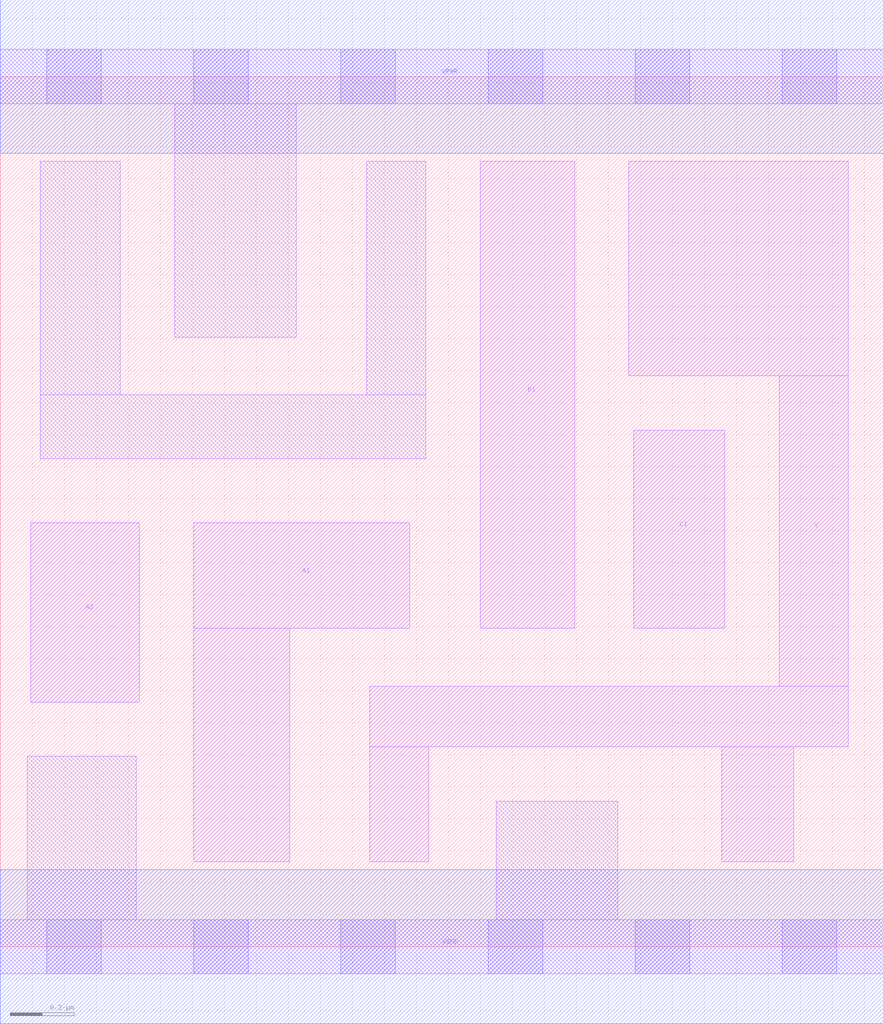
<source format=lef>
# Copyright 2020 The SkyWater PDK Authors
#
# Licensed under the Apache License, Version 2.0 (the "License");
# you may not use this file except in compliance with the License.
# You may obtain a copy of the License at
#
#     https://www.apache.org/licenses/LICENSE-2.0
#
# Unless required by applicable law or agreed to in writing, software
# distributed under the License is distributed on an "AS IS" BASIS,
# WITHOUT WARRANTIES OR CONDITIONS OF ANY KIND, either express or implied.
# See the License for the specific language governing permissions and
# limitations under the License.
#
# SPDX-License-Identifier: Apache-2.0

VERSION 5.7 ;
BUSBITCHARS "[]" ;
DIVIDERCHAR "/" ;
PROPERTYDEFINITIONS
  MACRO maskLayoutSubType STRING ;
  MACRO prCellType STRING ;
  MACRO originalViewName STRING ;
END PROPERTYDEFINITIONS
MACRO sky130_fd_sc_hdll__a211oi_1
  ORIGIN  0.000000  0.000000 ;
  CLASS CORE ;
  SYMMETRY X Y R90 ;
  SIZE  2.760000 BY  2.720000 ;
  SITE unithd ;
  PIN A1
    ANTENNAGATEAREA  0.277500 ;
    DIRECTION INPUT ;
    USE SIGNAL ;
    PORT
      LAYER li1 ;
        RECT 0.605000 0.265000 0.905000 0.995000 ;
        RECT 0.605000 0.995000 1.280000 1.325000 ;
    END
  END A1
  PIN A2
    ANTENNAGATEAREA  0.277500 ;
    DIRECTION INPUT ;
    USE SIGNAL ;
    PORT
      LAYER li1 ;
        RECT 0.095000 0.765000 0.435000 1.325000 ;
    END
  END A2
  PIN B1
    ANTENNAGATEAREA  0.277500 ;
    DIRECTION INPUT ;
    USE SIGNAL ;
    PORT
      LAYER li1 ;
        RECT 1.500000 0.995000 1.795000 2.455000 ;
    END
  END B1
  PIN C1
    ANTENNAGATEAREA  0.277500 ;
    DIRECTION INPUT ;
    USE SIGNAL ;
    PORT
      LAYER li1 ;
        RECT 1.980000 0.995000 2.265000 1.615000 ;
    END
  END C1
  PIN Y
    ANTENNADIFFAREA  0.870200 ;
    DIRECTION OUTPUT ;
    USE SIGNAL ;
    PORT
      LAYER li1 ;
        RECT 1.155000 0.265000 1.340000 0.625000 ;
        RECT 1.155000 0.625000 2.650000 0.815000 ;
        RECT 1.965000 1.785000 2.650000 2.455000 ;
        RECT 2.255000 0.265000 2.480000 0.625000 ;
        RECT 2.435000 0.815000 2.650000 1.785000 ;
    END
  END Y
  PIN VGND
    DIRECTION INOUT ;
    USE GROUND ;
    PORT
      LAYER met1 ;
        RECT 0.000000 -0.240000 2.760000 0.240000 ;
    END
  END VGND
  PIN VNB
    DIRECTION INOUT ;
    USE GROUND ;
    PORT
    END
  END VNB
  PIN VPB
    DIRECTION INOUT ;
    USE POWER ;
    PORT
    END
  END VPB
  PIN VPWR
    DIRECTION INOUT ;
    USE POWER ;
    PORT
      LAYER met1 ;
        RECT 0.000000 2.480000 2.760000 2.960000 ;
    END
  END VPWR
  OBS
    LAYER li1 ;
      RECT 0.000000 -0.085000 2.760000 0.085000 ;
      RECT 0.000000  2.635000 2.760000 2.805000 ;
      RECT 0.085000  0.085000 0.425000 0.595000 ;
      RECT 0.125000  1.525000 1.330000 1.725000 ;
      RECT 0.125000  1.725000 0.375000 2.455000 ;
      RECT 0.545000  1.905000 0.925000 2.635000 ;
      RECT 1.145000  1.725000 1.330000 2.455000 ;
      RECT 1.550000  0.085000 1.930000 0.455000 ;
    LAYER mcon ;
      RECT 0.145000 -0.085000 0.315000 0.085000 ;
      RECT 0.145000  2.635000 0.315000 2.805000 ;
      RECT 0.605000 -0.085000 0.775000 0.085000 ;
      RECT 0.605000  2.635000 0.775000 2.805000 ;
      RECT 1.065000 -0.085000 1.235000 0.085000 ;
      RECT 1.065000  2.635000 1.235000 2.805000 ;
      RECT 1.525000 -0.085000 1.695000 0.085000 ;
      RECT 1.525000  2.635000 1.695000 2.805000 ;
      RECT 1.985000 -0.085000 2.155000 0.085000 ;
      RECT 1.985000  2.635000 2.155000 2.805000 ;
      RECT 2.445000 -0.085000 2.615000 0.085000 ;
      RECT 2.445000  2.635000 2.615000 2.805000 ;
  END
  PROPERTY maskLayoutSubType "abstract" ;
  PROPERTY prCellType "standard" ;
  PROPERTY originalViewName "layout" ;
END sky130_fd_sc_hdll__a211oi_1
END LIBRARY

</source>
